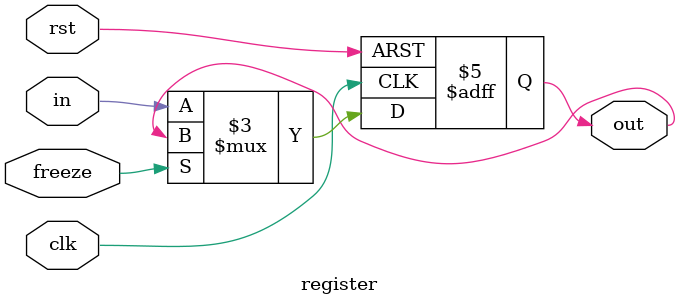
<source format=v>
`timescale 1ns/1ns

module register #(parameter size = 1)(input clk, rst, freeze, input[size-1:0] in, output reg[size-1:0] out);
    always @(posedge clk, posedge rst)
	begin
		if(rst) 
            out <= 0;
		else if(~freeze)
            out <= in;
	end
endmodule
 
 
</source>
